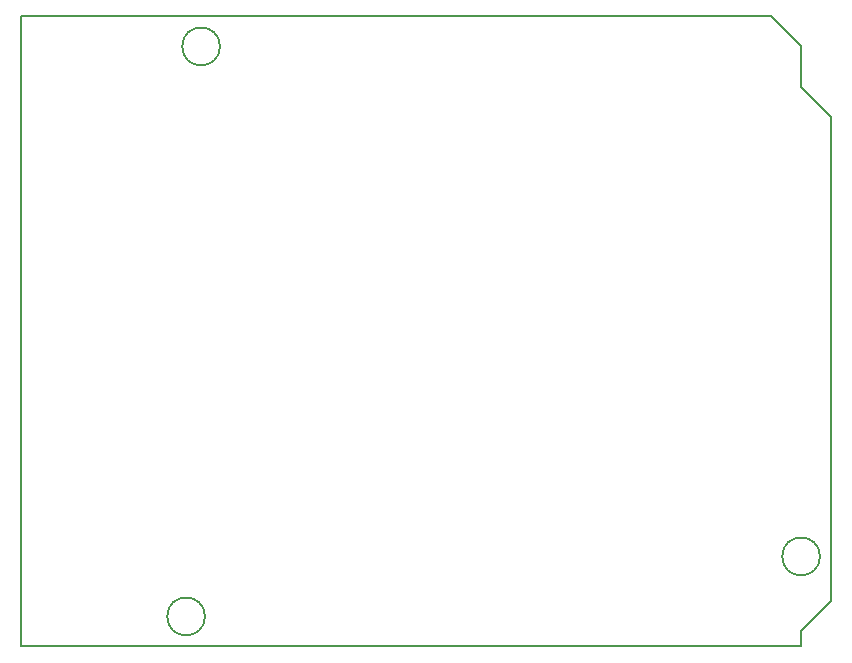
<source format=gm1>
%FSLAX25Y25*%
%MOIN*%
G70*
G01*
G75*
G04 Layer_Color=16711935*
%ADD10O,0.03150X0.01181*%
%ADD11O,0.01181X0.03150*%
%ADD12R,0.09843X0.09843*%
%ADD13R,0.06102X0.02362*%
%ADD14R,0.10236X0.01102*%
%ADD15R,0.05906X0.01181*%
%ADD16R,0.01181X0.05906*%
%ADD17R,0.09843X0.07874*%
%ADD18R,0.09055X0.01969*%
%ADD19R,0.03937X0.03740*%
%ADD20R,0.01870X0.00787*%
%ADD21R,0.03937X0.03937*%
%ADD22R,0.02362X0.03937*%
%ADD23R,0.03937X0.02362*%
%ADD24R,0.03937X0.03937*%
%ADD25O,0.06102X0.00984*%
%ADD26O,0.00984X0.06102*%
%ADD27R,0.19685X0.19685*%
%ADD28R,0.03740X0.03937*%
%ADD29R,0.05512X0.12598*%
%ADD30R,0.03937X0.04724*%
%ADD31R,0.08661X0.07874*%
%ADD32R,0.04724X0.05512*%
%ADD33R,0.09055X0.09055*%
%ADD34O,0.01181X0.03543*%
%ADD35O,0.03543X0.01181*%
%ADD36R,0.02362X0.03150*%
%ADD37R,0.03543X0.03937*%
%ADD38R,0.00984X0.02362*%
%ADD39O,0.00984X0.02362*%
%ADD40R,0.03150X0.02362*%
%ADD41R,0.12598X0.05512*%
%ADD42R,0.02559X0.03543*%
%ADD43R,0.03937X0.03543*%
%ADD44R,0.07874X0.03150*%
%ADD45R,0.03543X0.03150*%
%ADD46C,0.00600*%
%ADD47C,0.01200*%
%ADD48C,0.01000*%
%ADD49C,0.00787*%
%ADD50C,0.00800*%
%ADD51C,0.02000*%
%ADD52C,0.01500*%
%ADD53C,0.15000*%
%ADD54R,0.06000X0.06000*%
%ADD55C,0.06000*%
%ADD56C,0.10600*%
%ADD57C,0.01969*%
%ADD58R,0.05906X0.05906*%
%ADD59C,0.05906*%
%ADD60C,0.02600*%
%ADD61C,0.04000*%
%ADD62R,0.07087X0.12205*%
%ADD63R,0.10236X0.02362*%
%ADD64R,0.14961X0.08268*%
%ADD65R,0.07874X0.17323*%
%ADD66C,0.14998*%
%ADD67C,0.05400*%
%ADD68C,0.10400*%
%ADD69C,0.05943*%
%ADD70C,0.03600*%
%ADD71R,0.05512X0.14173*%
%ADD72R,0.15748X0.08268*%
%ADD73R,0.12205X0.17716*%
%ADD74R,0.19685X0.02756*%
%ADD75R,0.02362X0.00984*%
%ADD76O,0.02362X0.00984*%
%ADD77O,0.04921X0.01772*%
%ADD78R,0.03740X0.03543*%
%ADD79R,0.03740X0.03543*%
%ADD80C,0.00984*%
%ADD81C,0.02362*%
%ADD82C,0.00394*%
%ADD83C,0.00591*%
%ADD84C,0.01181*%
%ADD85C,0.00700*%
%ADD86O,0.03550X0.01581*%
%ADD87O,0.01581X0.03550*%
%ADD88R,0.10243X0.10243*%
%ADD89R,0.06502X0.02762*%
%ADD90R,0.10636X0.01502*%
%ADD91R,0.06306X0.01581*%
%ADD92R,0.01581X0.06306*%
%ADD93R,0.10243X0.08274*%
%ADD94R,0.09455X0.02369*%
%ADD95R,0.04337X0.04140*%
%ADD96R,0.02270X0.01187*%
%ADD97R,0.04337X0.04337*%
%ADD98R,0.02762X0.04337*%
%ADD99R,0.04337X0.02762*%
%ADD100R,0.04337X0.04337*%
%ADD101O,0.06502X0.01384*%
%ADD102O,0.01384X0.06502*%
%ADD103R,0.20085X0.20085*%
%ADD104R,0.04140X0.04337*%
%ADD105R,0.05912X0.12998*%
%ADD106R,0.04337X0.05124*%
%ADD107R,0.09061X0.08274*%
%ADD108R,0.05124X0.05912*%
%ADD109R,0.09455X0.09455*%
%ADD110O,0.01581X0.03943*%
%ADD111O,0.03943X0.01581*%
%ADD112R,0.02762X0.03550*%
%ADD113R,0.03943X0.04337*%
%ADD114R,0.01384X0.02762*%
%ADD115O,0.01384X0.02762*%
%ADD116R,0.03550X0.02762*%
%ADD117R,0.12998X0.05912*%
%ADD118R,0.02959X0.03943*%
%ADD119R,0.04337X0.03943*%
%ADD120R,0.08274X0.03550*%
%ADD121R,0.03943X0.03550*%
%ADD122C,0.15400*%
%ADD123R,0.06400X0.06400*%
%ADD124C,0.06400*%
%ADD125C,0.11000*%
%ADD126C,0.03543*%
%ADD127R,0.06306X0.06306*%
%ADD128C,0.06306*%
%ADD129R,0.02762X0.01384*%
%ADD130O,0.02762X0.01384*%
%ADD131O,0.05321X0.02172*%
%ADD132R,0.04140X0.03943*%
%ADD133R,0.04140X0.03943*%
%ADD134C,0.00500*%
D134*
X207299Y195000D02*
G03*
X207299Y195000I-6299J0D01*
G01*
X412299Y215000D02*
G03*
X412299Y215000I-6299J0D01*
G01*
X212299Y385000D02*
G03*
X212299Y385000I-6299J0D01*
G01*
X146000Y395000D02*
X396000D01*
X146000Y185000D02*
X406000D01*
X146000D02*
Y395000D01*
X396000D02*
X406000Y385000D01*
Y371400D02*
Y385000D01*
Y371400D02*
X416000Y361400D01*
Y200000D02*
Y361400D01*
X406000Y190000D02*
X416000Y200000D01*
X406000Y185000D02*
Y190000D01*
M02*

</source>
